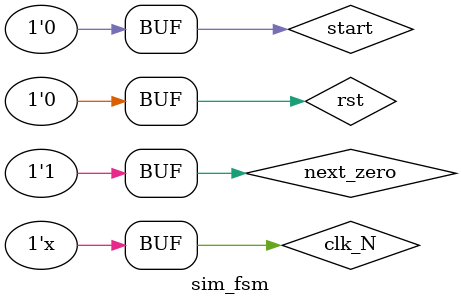
<source format=v>
`timescale 1ns / 1ps

module sim_fsm();

reg rst,start,clk_N,next_zero;
wire LD_SUM,LD_NEXT,SUM_SEL,NEXT_SEL,A_SEL,done;

module_FSM FSM(clk_N,rst,start,next_zero,LD_SUM,LD_NEXT,SUM_SEL,NEXT_SEL,A_SEL,done);

initial begin
	rst <= 1;
	start <= 0;
	next_zero <= 0;
	clk_N <= 0;
	#3 rst <= 0;
	#10 start <= 1;
	
	#40 next_zero <= 1;
	
	#20 start <= 0;
end

always begin
	#5 clk_N = ~clk_N;
end

endmodule
</source>
